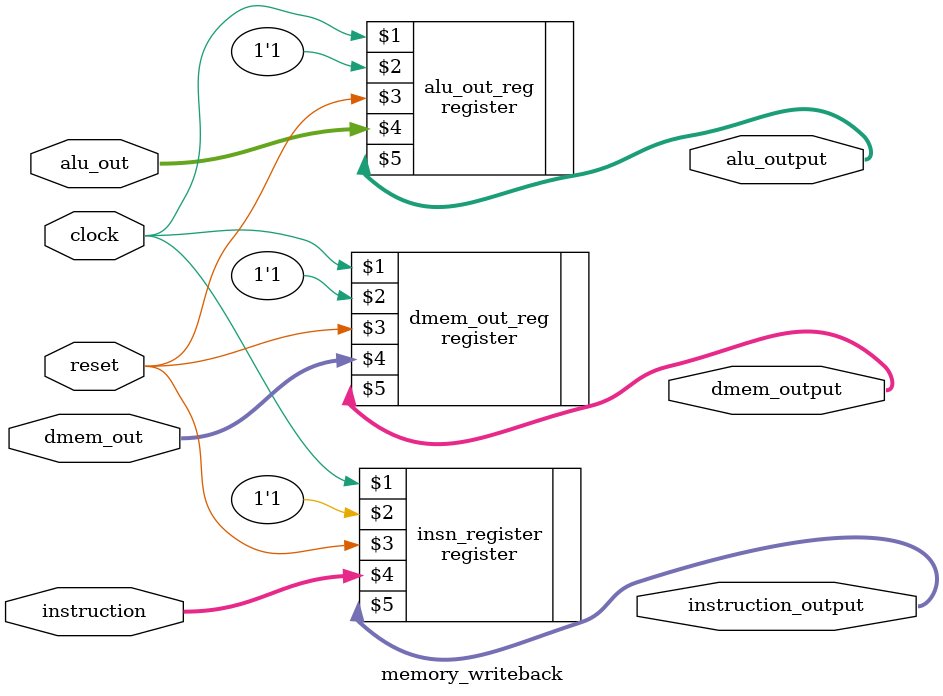
<source format=v>
module memory_writeback(clock, reset, alu_out, dmem_out, instruction, alu_output, dmem_output, instruction_output);

input clock, reset;

input [31:0] alu_out, dmem_out, instruction;

output [31:0] alu_output, dmem_output, instruction_output;

register alu_out_reg(clock, 1'b1, reset, alu_out, alu_output);
register dmem_out_reg(clock, 1'b1, reset, dmem_out, dmem_output);

register insn_register(clock, 1'b1, reset, instruction, instruction_output);

endmodule
</source>
